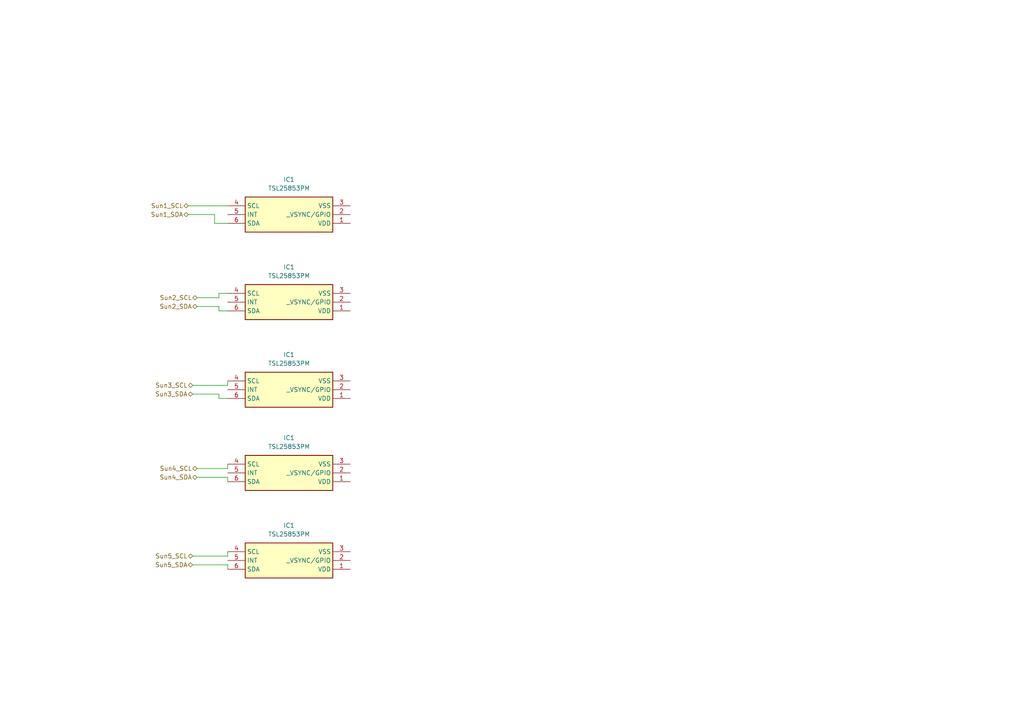
<source format=kicad_sch>
(kicad_sch (version 20230121) (generator eeschema)

  (uuid 51a79eed-f207-485d-b472-4c5400835977)

  (paper "A4")

  (lib_symbols
    (symbol "TSL25853PM:TSL25853PM" (in_bom yes) (on_board yes)
      (property "Reference" "IC" (at 31.75 7.62 0)
        (effects (font (size 1.27 1.27)) (justify left top))
      )
      (property "Value" "TSL25853PM" (at 31.75 5.08 0)
        (effects (font (size 1.27 1.27)) (justify left top))
      )
      (property "Footprint" "TSL25853PM" (at 31.75 -94.92 0)
        (effects (font (size 1.27 1.27)) (justify left top) hide)
      )
      (property "Datasheet" "https://ams.com/documents/20143/6148289/TSL2585_DS001043_2-00.pdf" (at 31.75 -194.92 0)
        (effects (font (size 1.27 1.27)) (justify left top) hide)
      )
      (property "Height" "0.425" (at 31.75 -394.92 0)
        (effects (font (size 1.27 1.27)) (justify left top) hide)
      )
      (property "Mouser Part Number" "985-TSL25853PM" (at 31.75 -494.92 0)
        (effects (font (size 1.27 1.27)) (justify left top) hide)
      )
      (property "Mouser Price/Stock" "https://www.mouser.co.uk/ProductDetail/ams/TSL25853PM?qs=doiCPypUmgHoNQX%252B4wkfew%3D%3D" (at 31.75 -594.92 0)
        (effects (font (size 1.27 1.27)) (justify left top) hide)
      )
      (property "Manufacturer_Name" "ams" (at 31.75 -694.92 0)
        (effects (font (size 1.27 1.27)) (justify left top) hide)
      )
      (property "Manufacturer_Part_Number" "TSL25853PM" (at 31.75 -794.92 0)
        (effects (font (size 1.27 1.27)) (justify left top) hide)
      )
      (property "ki_description" "Ambient Light Sensors TSL25853PM OLGA6 LF T&RDP" (at 0 0 0)
        (effects (font (size 1.27 1.27)) hide)
      )
      (symbol "TSL25853PM_1_1"
        (rectangle (start 5.08 2.54) (end 30.48 -7.62)
          (stroke (width 0.254) (type default))
          (fill (type background))
        )
        (pin passive line (at 35.56 -5.08 180) (length 5.08)
          (name "VDD" (effects (font (size 1.27 1.27))))
          (number "1" (effects (font (size 1.27 1.27))))
        )
        (pin passive line (at 35.56 -2.54 180) (length 5.08)
          (name "_VSYNC/GPIO" (effects (font (size 1.27 1.27))))
          (number "2" (effects (font (size 1.27 1.27))))
        )
        (pin passive line (at 35.56 0 180) (length 5.08)
          (name "VSS" (effects (font (size 1.27 1.27))))
          (number "3" (effects (font (size 1.27 1.27))))
        )
        (pin passive line (at 0 0 0) (length 5.08)
          (name "SCL" (effects (font (size 1.27 1.27))))
          (number "4" (effects (font (size 1.27 1.27))))
        )
        (pin passive line (at 0 -2.54 0) (length 5.08)
          (name "INT" (effects (font (size 1.27 1.27))))
          (number "5" (effects (font (size 1.27 1.27))))
        )
        (pin passive line (at 0 -5.08 0) (length 5.08)
          (name "SDA" (effects (font (size 1.27 1.27))))
          (number "6" (effects (font (size 1.27 1.27))))
        )
      )
    )
  )


  (wire (pts (xy 63.5 86.36) (xy 63.5 85.09))
    (stroke (width 0) (type default))
    (uuid 24864de6-1a12-4192-8068-614c4952ce03)
  )
  (wire (pts (xy 63.5 115.57) (xy 66.04 115.57))
    (stroke (width 0) (type default))
    (uuid 2ee7875c-9e30-4ba1-8335-312543b7dde4)
  )
  (wire (pts (xy 66.04 163.83) (xy 66.04 165.1))
    (stroke (width 0) (type default))
    (uuid 37faa836-cea4-4f50-867c-536979320a46)
  )
  (wire (pts (xy 62.23 64.77) (xy 66.04 64.77))
    (stroke (width 0) (type default))
    (uuid 3a1813d6-606b-40a8-8662-1ec0de6d6f57)
  )
  (wire (pts (xy 63.5 88.9) (xy 63.5 90.17))
    (stroke (width 0) (type default))
    (uuid 3dda7180-a037-4f23-8540-19aa917688b0)
  )
  (wire (pts (xy 54.61 62.23) (xy 62.23 62.23))
    (stroke (width 0) (type default))
    (uuid 4ce05cc2-1e99-474a-9034-ae61640fbac7)
  )
  (wire (pts (xy 55.88 161.29) (xy 66.04 161.29))
    (stroke (width 0) (type default))
    (uuid 4f805e6e-8b59-4c96-b18e-21d73b6e8762)
  )
  (wire (pts (xy 57.15 88.9) (xy 63.5 88.9))
    (stroke (width 0) (type default))
    (uuid 50f92e98-341d-4b11-9332-e02fa11529da)
  )
  (wire (pts (xy 62.23 62.23) (xy 62.23 64.77))
    (stroke (width 0) (type default))
    (uuid 5e53c963-e724-4a8d-b68b-353a24c111c3)
  )
  (wire (pts (xy 66.04 111.76) (xy 66.04 110.49))
    (stroke (width 0) (type default))
    (uuid 6165ee09-d2e8-406b-816d-985478537ec4)
  )
  (wire (pts (xy 63.5 114.3) (xy 63.5 115.57))
    (stroke (width 0) (type default))
    (uuid 6a0385b8-f37a-42bb-9ad6-db003d9b9f0b)
  )
  (wire (pts (xy 63.5 90.17) (xy 66.04 90.17))
    (stroke (width 0) (type default))
    (uuid 6c206dfe-65a4-4e0c-9bd5-4e349fcdf89e)
  )
  (wire (pts (xy 63.5 85.09) (xy 66.04 85.09))
    (stroke (width 0) (type default))
    (uuid 78cf67cd-f916-4642-8860-cca428a4af1b)
  )
  (wire (pts (xy 55.88 163.83) (xy 66.04 163.83))
    (stroke (width 0) (type default))
    (uuid 7f44f39b-b6e7-49d5-ab3b-ffcf22dbda25)
  )
  (wire (pts (xy 57.15 86.36) (xy 63.5 86.36))
    (stroke (width 0) (type default))
    (uuid 8d3a31c0-6fff-4941-b97b-de0d57204cc3)
  )
  (wire (pts (xy 66.04 138.43) (xy 66.04 139.7))
    (stroke (width 0) (type default))
    (uuid 9eeb7cd9-f5d6-4883-ae8e-4fe981b02836)
  )
  (wire (pts (xy 66.04 161.29) (xy 66.04 160.02))
    (stroke (width 0) (type default))
    (uuid a2a7463f-eb03-41f8-8337-3392020bd618)
  )
  (wire (pts (xy 54.61 59.69) (xy 66.04 59.69))
    (stroke (width 0) (type default))
    (uuid b702d0ac-aa11-4d76-8d79-6ee5d9f0550b)
  )
  (wire (pts (xy 55.88 114.3) (xy 63.5 114.3))
    (stroke (width 0) (type default))
    (uuid de2a389e-dff4-416a-97d2-45a4ce1473cc)
  )
  (wire (pts (xy 57.15 138.43) (xy 66.04 138.43))
    (stroke (width 0) (type default))
    (uuid e2723ecb-2e83-48af-bccb-34d5ba9a7961)
  )
  (wire (pts (xy 66.04 135.89) (xy 66.04 134.62))
    (stroke (width 0) (type default))
    (uuid e6eac56d-0ae8-4a6c-8ccc-dff81a3939d3)
  )
  (wire (pts (xy 55.88 111.76) (xy 66.04 111.76))
    (stroke (width 0) (type default))
    (uuid eb0814a3-3011-4e6b-81f3-c05db7ac55ba)
  )
  (wire (pts (xy 57.15 135.89) (xy 66.04 135.89))
    (stroke (width 0) (type default))
    (uuid edaddef3-b8aa-43d7-8236-754f2cb3e4f9)
  )

  (hierarchical_label "Sun5_SDA" (shape bidirectional) (at 55.88 163.83 180) (fields_autoplaced)
    (effects (font (size 1.27 1.27)) (justify right))
    (uuid 03813c7c-fbaa-40fa-b07c-42a8351324fd)
  )
  (hierarchical_label "Sun4_SDA" (shape bidirectional) (at 57.15 138.43 180) (fields_autoplaced)
    (effects (font (size 1.27 1.27)) (justify right))
    (uuid 2247016a-89a1-4590-911e-91d38af3714f)
  )
  (hierarchical_label "Sun4_SCL" (shape bidirectional) (at 57.15 135.89 180) (fields_autoplaced)
    (effects (font (size 1.27 1.27)) (justify right))
    (uuid 2ca1d2d7-66e3-434e-b673-fba111725b21)
  )
  (hierarchical_label "Sun1_SCL" (shape bidirectional) (at 54.61 59.69 180) (fields_autoplaced)
    (effects (font (size 1.27 1.27)) (justify right))
    (uuid 30554bed-caf3-4963-8f8a-7eda4be19825)
  )
  (hierarchical_label "Sun5_SCL" (shape bidirectional) (at 55.88 161.29 180) (fields_autoplaced)
    (effects (font (size 1.27 1.27)) (justify right))
    (uuid 44847043-feef-4eb6-aa07-9fcec04b7ee6)
  )
  (hierarchical_label "Sun1_SDA" (shape bidirectional) (at 54.61 62.23 180) (fields_autoplaced)
    (effects (font (size 1.27 1.27)) (justify right))
    (uuid 6f5dc4fe-a75f-48a6-a25a-22366b6504d4)
  )
  (hierarchical_label "Sun2_SDA" (shape bidirectional) (at 57.15 88.9 180) (fields_autoplaced)
    (effects (font (size 1.27 1.27)) (justify right))
    (uuid 79120690-f1f0-4a97-9e4d-2cb199ba25d0)
  )
  (hierarchical_label "Sun2_SCL" (shape bidirectional) (at 57.15 86.36 180) (fields_autoplaced)
    (effects (font (size 1.27 1.27)) (justify right))
    (uuid 7d62a31b-4b48-42b5-9e45-2af4e8b37afd)
  )
  (hierarchical_label "Sun3_SDA" (shape bidirectional) (at 55.88 114.3 180) (fields_autoplaced)
    (effects (font (size 1.27 1.27)) (justify right))
    (uuid a2ee5585-e44a-4f73-a365-d6a6602a0d5c)
  )
  (hierarchical_label "Sun3_SCL" (shape bidirectional) (at 55.88 111.76 180) (fields_autoplaced)
    (effects (font (size 1.27 1.27)) (justify right))
    (uuid c3dd1b83-81ff-4c87-b51a-0a2b002ba8bb)
  )

  (symbol (lib_id "TSL25853PM:TSL25853PM") (at 66.04 110.49 0) (unit 1)
    (in_bom yes) (on_board yes) (dnp no) (fields_autoplaced)
    (uuid 0a9c701c-4a12-419d-9641-002b1d5ed000)
    (property "Reference" "IC1" (at 83.82 102.87 0)
      (effects (font (size 1.27 1.27)))
    )
    (property "Value" "TSL25853PM" (at 83.82 105.41 0)
      (effects (font (size 1.27 1.27)))
    )
    (property "Footprint" "TSL25853PM" (at 97.79 205.41 0)
      (effects (font (size 1.27 1.27)) (justify left top) hide)
    )
    (property "Datasheet" "https://ams.com/documents/20143/6148289/TSL2585_DS001043_2-00.pdf" (at 97.79 305.41 0)
      (effects (font (size 1.27 1.27)) (justify left top) hide)
    )
    (property "Height" "0.425" (at 97.79 505.41 0)
      (effects (font (size 1.27 1.27)) (justify left top) hide)
    )
    (property "Mouser Part Number" "985-TSL25853PM" (at 97.79 605.41 0)
      (effects (font (size 1.27 1.27)) (justify left top) hide)
    )
    (property "Mouser Price/Stock" "https://www.mouser.co.uk/ProductDetail/ams/TSL25853PM?qs=doiCPypUmgHoNQX%252B4wkfew%3D%3D" (at 97.79 705.41 0)
      (effects (font (size 1.27 1.27)) (justify left top) hide)
    )
    (property "Manufacturer_Name" "ams" (at 97.79 805.41 0)
      (effects (font (size 1.27 1.27)) (justify left top) hide)
    )
    (property "Manufacturer_Part_Number" "TSL25853PM" (at 97.79 905.41 0)
      (effects (font (size 1.27 1.27)) (justify left top) hide)
    )
    (pin "1" (uuid 4669f609-02c0-4859-924a-78628a97f7d4))
    (pin "2" (uuid bba70bff-6e9c-4cc3-a0b6-38f2a4393e17))
    (pin "3" (uuid 8206dca1-d6f1-4c6d-91af-d3ef9878259f))
    (pin "4" (uuid 53351223-5774-4b29-b0af-be175cd647aa))
    (pin "5" (uuid f3e0b52d-ebc6-4c00-bcd5-07b3e0ab65df))
    (pin "6" (uuid 34d1a2b8-b704-44ac-9bc9-e42eb9acd3c2))
    (instances
      (project "NEW_PCB_ADCS"
        (path "/42c40d7d-71af-4ce9-bac9-d638f259c957/fb1ce4d2-48e3-4325-9179-fbdd6ca04d86"
          (reference "IC1") (unit 1)
        )
      )
      (project "pq9ish-main-hw"
        (path "/619b49ed-1bcd-4c84-8c0f-98372f01728f"
          (reference "IC1") (unit 1)
        )
        (path "/619b49ed-1bcd-4c84-8c0f-98372f01728f/fb1ce4d2-48e3-4325-9179-fbdd6ca04d86"
          (reference "IC3") (unit 1)
        )
      )
    )
  )

  (symbol (lib_id "TSL25853PM:TSL25853PM") (at 66.04 134.62 0) (unit 1)
    (in_bom yes) (on_board yes) (dnp no) (fields_autoplaced)
    (uuid 104a93fd-943d-443e-a488-ddf0a63b6c07)
    (property "Reference" "IC1" (at 83.82 127 0)
      (effects (font (size 1.27 1.27)))
    )
    (property "Value" "TSL25853PM" (at 83.82 129.54 0)
      (effects (font (size 1.27 1.27)))
    )
    (property "Footprint" "TSL25853PM" (at 97.79 229.54 0)
      (effects (font (size 1.27 1.27)) (justify left top) hide)
    )
    (property "Datasheet" "https://ams.com/documents/20143/6148289/TSL2585_DS001043_2-00.pdf" (at 97.79 329.54 0)
      (effects (font (size 1.27 1.27)) (justify left top) hide)
    )
    (property "Height" "0.425" (at 97.79 529.54 0)
      (effects (font (size 1.27 1.27)) (justify left top) hide)
    )
    (property "Mouser Part Number" "985-TSL25853PM" (at 97.79 629.54 0)
      (effects (font (size 1.27 1.27)) (justify left top) hide)
    )
    (property "Mouser Price/Stock" "https://www.mouser.co.uk/ProductDetail/ams/TSL25853PM?qs=doiCPypUmgHoNQX%252B4wkfew%3D%3D" (at 97.79 729.54 0)
      (effects (font (size 1.27 1.27)) (justify left top) hide)
    )
    (property "Manufacturer_Name" "ams" (at 97.79 829.54 0)
      (effects (font (size 1.27 1.27)) (justify left top) hide)
    )
    (property "Manufacturer_Part_Number" "TSL25853PM" (at 97.79 929.54 0)
      (effects (font (size 1.27 1.27)) (justify left top) hide)
    )
    (pin "1" (uuid 514dae06-813f-4d48-8ff4-7d8b9ff69071))
    (pin "2" (uuid 5c8f3be8-5236-4eeb-8a31-3e05d7024013))
    (pin "3" (uuid b8c2c563-c29b-4bd7-815c-537e29c70eaa))
    (pin "4" (uuid f29f57d7-902f-4e37-b038-2382b4a0ee52))
    (pin "5" (uuid 83bdb8f1-2f8d-403d-8ac8-9156d3071dab))
    (pin "6" (uuid 5a9666b1-9009-4ee0-846d-0985e6e99424))
    (instances
      (project "NEW_PCB_ADCS"
        (path "/42c40d7d-71af-4ce9-bac9-d638f259c957/fb1ce4d2-48e3-4325-9179-fbdd6ca04d86"
          (reference "IC1") (unit 1)
        )
      )
      (project "pq9ish-main-hw"
        (path "/619b49ed-1bcd-4c84-8c0f-98372f01728f"
          (reference "IC1") (unit 1)
        )
        (path "/619b49ed-1bcd-4c84-8c0f-98372f01728f/fb1ce4d2-48e3-4325-9179-fbdd6ca04d86"
          (reference "IC4") (unit 1)
        )
      )
    )
  )

  (symbol (lib_id "TSL25853PM:TSL25853PM") (at 66.04 85.09 0) (unit 1)
    (in_bom yes) (on_board yes) (dnp no) (fields_autoplaced)
    (uuid 1abf817b-8044-4293-8bb5-023f64b68d04)
    (property "Reference" "IC1" (at 83.82 77.47 0)
      (effects (font (size 1.27 1.27)))
    )
    (property "Value" "TSL25853PM" (at 83.82 80.01 0)
      (effects (font (size 1.27 1.27)))
    )
    (property "Footprint" "TSL25853PM" (at 97.79 180.01 0)
      (effects (font (size 1.27 1.27)) (justify left top) hide)
    )
    (property "Datasheet" "https://ams.com/documents/20143/6148289/TSL2585_DS001043_2-00.pdf" (at 97.79 280.01 0)
      (effects (font (size 1.27 1.27)) (justify left top) hide)
    )
    (property "Height" "0.425" (at 97.79 480.01 0)
      (effects (font (size 1.27 1.27)) (justify left top) hide)
    )
    (property "Mouser Part Number" "985-TSL25853PM" (at 97.79 580.01 0)
      (effects (font (size 1.27 1.27)) (justify left top) hide)
    )
    (property "Mouser Price/Stock" "https://www.mouser.co.uk/ProductDetail/ams/TSL25853PM?qs=doiCPypUmgHoNQX%252B4wkfew%3D%3D" (at 97.79 680.01 0)
      (effects (font (size 1.27 1.27)) (justify left top) hide)
    )
    (property "Manufacturer_Name" "ams" (at 97.79 780.01 0)
      (effects (font (size 1.27 1.27)) (justify left top) hide)
    )
    (property "Manufacturer_Part_Number" "TSL25853PM" (at 97.79 880.01 0)
      (effects (font (size 1.27 1.27)) (justify left top) hide)
    )
    (pin "1" (uuid 6db8affb-fe55-4293-a523-53ef4e460acd))
    (pin "2" (uuid 09c0538b-f673-4ab3-9828-5b3e67fe0829))
    (pin "3" (uuid 25ba0524-27d3-443b-b2e4-56b79926f800))
    (pin "4" (uuid bb93db01-ae9f-4781-98af-50733130bb22))
    (pin "5" (uuid ef6c9ef1-309d-4253-8f96-6880b6906661))
    (pin "6" (uuid 8ca71f4e-da8d-4e21-ae3c-37f55d035dfe))
    (instances
      (project "NEW_PCB_ADCS"
        (path "/42c40d7d-71af-4ce9-bac9-d638f259c957/fb1ce4d2-48e3-4325-9179-fbdd6ca04d86"
          (reference "IC1") (unit 1)
        )
      )
      (project "pq9ish-main-hw"
        (path "/619b49ed-1bcd-4c84-8c0f-98372f01728f"
          (reference "IC1") (unit 1)
        )
        (path "/619b49ed-1bcd-4c84-8c0f-98372f01728f/fb1ce4d2-48e3-4325-9179-fbdd6ca04d86"
          (reference "IC2") (unit 1)
        )
      )
    )
  )

  (symbol (lib_id "TSL25853PM:TSL25853PM") (at 66.04 59.69 0) (unit 1)
    (in_bom yes) (on_board yes) (dnp no) (fields_autoplaced)
    (uuid 8460b135-32f8-4d69-8473-e25924e5afce)
    (property "Reference" "IC1" (at 83.82 52.07 0)
      (effects (font (size 1.27 1.27)))
    )
    (property "Value" "TSL25853PM" (at 83.82 54.61 0)
      (effects (font (size 1.27 1.27)))
    )
    (property "Footprint" "TSL25853PM" (at 97.79 154.61 0)
      (effects (font (size 1.27 1.27)) (justify left top) hide)
    )
    (property "Datasheet" "https://ams.com/documents/20143/6148289/TSL2585_DS001043_2-00.pdf" (at 97.79 254.61 0)
      (effects (font (size 1.27 1.27)) (justify left top) hide)
    )
    (property "Height" "0.425" (at 97.79 454.61 0)
      (effects (font (size 1.27 1.27)) (justify left top) hide)
    )
    (property "Mouser Part Number" "985-TSL25853PM" (at 97.79 554.61 0)
      (effects (font (size 1.27 1.27)) (justify left top) hide)
    )
    (property "Mouser Price/Stock" "https://www.mouser.co.uk/ProductDetail/ams/TSL25853PM?qs=doiCPypUmgHoNQX%252B4wkfew%3D%3D" (at 97.79 654.61 0)
      (effects (font (size 1.27 1.27)) (justify left top) hide)
    )
    (property "Manufacturer_Name" "ams" (at 97.79 754.61 0)
      (effects (font (size 1.27 1.27)) (justify left top) hide)
    )
    (property "Manufacturer_Part_Number" "TSL25853PM" (at 97.79 854.61 0)
      (effects (font (size 1.27 1.27)) (justify left top) hide)
    )
    (pin "1" (uuid 125e2374-dc21-4f1b-af19-6bac9e3971ea))
    (pin "2" (uuid 0e6776d5-f44d-466a-9a64-13ad3edcc38d))
    (pin "3" (uuid 871012a5-9b8b-47c4-add7-067d0ec15bce))
    (pin "4" (uuid 35c7cc09-6dfd-4c4e-873e-a5eb0c474ea4))
    (pin "5" (uuid 68a30cac-b6c8-4f30-aba7-7e8ef1a3f570))
    (pin "6" (uuid de74ff37-0771-4cad-b05b-3d5ab4565e55))
    (instances
      (project "NEW_PCB_ADCS"
        (path "/42c40d7d-71af-4ce9-bac9-d638f259c957/fb1ce4d2-48e3-4325-9179-fbdd6ca04d86"
          (reference "IC1") (unit 1)
        )
      )
      (project "pq9ish-main-hw"
        (path "/619b49ed-1bcd-4c84-8c0f-98372f01728f"
          (reference "IC1") (unit 1)
        )
        (path "/619b49ed-1bcd-4c84-8c0f-98372f01728f/fb1ce4d2-48e3-4325-9179-fbdd6ca04d86"
          (reference "IC1") (unit 1)
        )
      )
    )
  )

  (symbol (lib_id "TSL25853PM:TSL25853PM") (at 66.04 160.02 0) (unit 1)
    (in_bom yes) (on_board yes) (dnp no) (fields_autoplaced)
    (uuid cef14b01-5de2-4850-9e68-6591d83616dd)
    (property "Reference" "IC1" (at 83.82 152.4 0)
      (effects (font (size 1.27 1.27)))
    )
    (property "Value" "TSL25853PM" (at 83.82 154.94 0)
      (effects (font (size 1.27 1.27)))
    )
    (property "Footprint" "TSL25853PM" (at 97.79 254.94 0)
      (effects (font (size 1.27 1.27)) (justify left top) hide)
    )
    (property "Datasheet" "https://ams.com/documents/20143/6148289/TSL2585_DS001043_2-00.pdf" (at 97.79 354.94 0)
      (effects (font (size 1.27 1.27)) (justify left top) hide)
    )
    (property "Height" "0.425" (at 97.79 554.94 0)
      (effects (font (size 1.27 1.27)) (justify left top) hide)
    )
    (property "Mouser Part Number" "985-TSL25853PM" (at 97.79 654.94 0)
      (effects (font (size 1.27 1.27)) (justify left top) hide)
    )
    (property "Mouser Price/Stock" "https://www.mouser.co.uk/ProductDetail/ams/TSL25853PM?qs=doiCPypUmgHoNQX%252B4wkfew%3D%3D" (at 97.79 754.94 0)
      (effects (font (size 1.27 1.27)) (justify left top) hide)
    )
    (property "Manufacturer_Name" "ams" (at 97.79 854.94 0)
      (effects (font (size 1.27 1.27)) (justify left top) hide)
    )
    (property "Manufacturer_Part_Number" "TSL25853PM" (at 97.79 954.94 0)
      (effects (font (size 1.27 1.27)) (justify left top) hide)
    )
    (pin "1" (uuid c77299fe-3ea0-4162-9683-d0aa87de1dd7))
    (pin "2" (uuid 2747c4ca-5e41-41f3-b835-03f8b9b58aeb))
    (pin "3" (uuid 467b3456-cf1c-44a4-88a9-e91ad01a86f2))
    (pin "4" (uuid 5c0a8e1a-2ff7-4234-ab33-3e9aa0b8f77f))
    (pin "5" (uuid 535ac41f-a04c-403c-8e79-68683aa63bec))
    (pin "6" (uuid 857a9dc3-2f70-448b-a6da-4ed5679dad9c))
    (instances
      (project "NEW_PCB_ADCS"
        (path "/42c40d7d-71af-4ce9-bac9-d638f259c957/fb1ce4d2-48e3-4325-9179-fbdd6ca04d86"
          (reference "IC1") (unit 1)
        )
      )
      (project "pq9ish-main-hw"
        (path "/619b49ed-1bcd-4c84-8c0f-98372f01728f"
          (reference "IC1") (unit 1)
        )
        (path "/619b49ed-1bcd-4c84-8c0f-98372f01728f/fb1ce4d2-48e3-4325-9179-fbdd6ca04d86"
          (reference "IC5") (unit 1)
        )
      )
    )
  )
)

</source>
